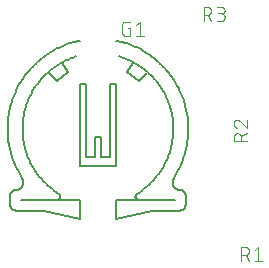
<source format=gbr>
G04 EAGLE Gerber RS-274X export*
G75*
%MOMM*%
%FSLAX34Y34*%
%LPD*%
%INSilkscreen Top*%
%IPPOS*%
%AMOC8*
5,1,8,0,0,1.08239X$1,22.5*%
G01*
%ADD10C,0.200000*%
%ADD11C,0.101600*%


D10*
X124325Y466575D02*
X122512Y466179D01*
X120708Y465740D01*
X118915Y465257D01*
X117135Y464730D01*
X115368Y464161D01*
X113616Y463549D01*
X111878Y462894D01*
X110158Y462197D01*
X108454Y461459D01*
X106769Y460680D01*
X105104Y459860D01*
X103458Y459000D01*
X101835Y458100D01*
X100233Y457162D01*
X98655Y456184D01*
X97101Y455169D01*
X95572Y454116D01*
X94069Y453026D01*
X92593Y451900D01*
X91144Y450739D01*
X89725Y449543D01*
X88334Y448312D01*
X86974Y447049D01*
X85645Y445753D01*
X84348Y444424D01*
X83084Y443065D01*
X81853Y441676D01*
X80656Y440257D01*
X79493Y438809D01*
X78367Y437334D01*
X77276Y435831D01*
X76222Y434303D01*
X75206Y432750D01*
X74227Y431172D01*
X73287Y429571D01*
X72387Y427948D01*
X71525Y426303D01*
X70705Y424638D01*
X69924Y422954D01*
X69185Y421251D01*
X68488Y419530D01*
X67832Y417793D01*
X67219Y416041D01*
X66648Y414275D01*
X66120Y412495D01*
X65636Y410703D01*
X65196Y408899D01*
X64799Y407086D01*
X64446Y405263D01*
X64138Y403432D01*
X63874Y401595D01*
X63655Y399751D01*
X63481Y397903D01*
X63352Y396051D01*
X63267Y394196D01*
X63228Y392340D01*
X63234Y390484D01*
X63285Y388628D01*
X63380Y386774D01*
X63521Y384923D01*
X63707Y383076D01*
X63937Y381234D01*
X64212Y379398D01*
X64532Y377569D01*
X64896Y375749D01*
X65304Y373938D01*
X65755Y372137D01*
X66251Y370348D01*
X66789Y368571D01*
X67371Y366808D01*
X67995Y365060D01*
X68661Y363327D01*
X69370Y361611D01*
X70119Y359913D01*
X70910Y358233D01*
X71741Y356573D01*
X72613Y354934D01*
X73523Y353316D01*
X74473Y351721D01*
X75461Y350150D01*
X203939Y350149D02*
X204930Y351720D01*
X205883Y353315D01*
X206797Y354932D01*
X207672Y356571D01*
X208506Y358231D01*
X209300Y359910D01*
X210052Y361608D01*
X210763Y363324D01*
X211432Y365057D01*
X212059Y366806D01*
X212643Y368569D01*
X213184Y370346D01*
X213682Y372136D01*
X214136Y373937D01*
X214546Y375749D01*
X214912Y377570D01*
X215234Y379399D01*
X215511Y381236D01*
X215743Y383079D01*
X215930Y384927D01*
X216073Y386779D01*
X216170Y388634D01*
X216222Y390491D01*
X216229Y392348D01*
X216191Y394206D01*
X216108Y396061D01*
X215980Y397914D01*
X215806Y399764D01*
X215588Y401609D01*
X215325Y403447D01*
X215017Y405279D01*
X214665Y407103D01*
X214269Y408918D01*
X213829Y410722D01*
X213344Y412516D01*
X212817Y414297D01*
X212246Y416065D01*
X211633Y417818D01*
X210977Y419556D01*
X210279Y421277D01*
X209539Y422981D01*
X208758Y424667D01*
X207937Y426333D01*
X207075Y427978D01*
X206173Y429602D01*
X205232Y431204D01*
X204253Y432782D01*
X203235Y434336D01*
X202180Y435865D01*
X201089Y437368D01*
X199960Y438844D01*
X198797Y440291D01*
X197598Y441711D01*
X196366Y443100D01*
X195100Y444459D01*
X193801Y445788D01*
X192470Y447084D01*
X191108Y448347D01*
X189716Y449577D01*
X188295Y450773D01*
X186845Y451933D01*
X185367Y453058D01*
X183862Y454147D01*
X182331Y455199D01*
X180775Y456214D01*
X179194Y457190D01*
X177591Y458128D01*
X175965Y459026D01*
X174318Y459885D01*
X172650Y460703D01*
X170963Y461480D01*
X169258Y462217D01*
X167535Y462911D01*
X165796Y463564D01*
X164041Y464174D01*
X162272Y464741D01*
X160490Y465265D01*
X158696Y465745D01*
X156890Y466182D01*
X155075Y466575D01*
X75461Y350150D02*
X75546Y350015D01*
X75628Y349878D01*
X75706Y349739D01*
X75780Y349599D01*
X75851Y349456D01*
X75919Y349312D01*
X75983Y349166D01*
X76043Y349018D01*
X76100Y348869D01*
X76153Y348719D01*
X76202Y348568D01*
X76248Y348415D01*
X76290Y348261D01*
X76328Y348107D01*
X76362Y347951D01*
X76392Y347795D01*
X76419Y347637D01*
X76441Y347480D01*
X76460Y347321D01*
X76475Y347163D01*
X76486Y347004D01*
X76493Y346845D01*
X76496Y346685D01*
X76495Y346526D01*
X76490Y346367D01*
X76481Y346208D01*
X76469Y346049D01*
X76452Y345890D01*
X76432Y345732D01*
X76408Y345575D01*
X76379Y345418D01*
X76347Y345262D01*
X76311Y345107D01*
X76272Y344952D01*
X76228Y344799D01*
X76181Y344647D01*
X76130Y344496D01*
X76075Y344346D01*
X76017Y344198D01*
X75955Y344051D01*
X75889Y343906D01*
X75820Y343762D01*
X75748Y343621D01*
X75671Y343481D01*
X75592Y343343D01*
X75509Y343207D01*
X75423Y343073D01*
X75333Y342941D01*
X75240Y342811D01*
X75144Y342684D01*
X75045Y342559D01*
X74943Y342437D01*
X74838Y342317D01*
X74730Y342200D01*
X74619Y342085D01*
X74506Y341974D01*
X74390Y341865D01*
X74271Y341759D01*
X74149Y341656D01*
X74025Y341556D01*
X73898Y341459D01*
X73770Y341365D01*
X73639Y341275D01*
X73505Y341187D01*
X73370Y341103D01*
X73232Y341023D01*
X73093Y340945D01*
X72952Y340872D01*
X72809Y340801D01*
X72664Y340735D01*
X72518Y340671D01*
X72370Y340612D01*
X72221Y340556D01*
X72070Y340504D01*
X71918Y340455D01*
X71766Y340411D01*
X71612Y340370D01*
X71457Y340333D01*
X71301Y340299D01*
X71144Y340270D01*
X70987Y340244D01*
X70829Y340223D01*
X70671Y340205D01*
X70512Y340191D01*
X70353Y340181D01*
X70194Y340175D01*
X70034Y340173D01*
X69875Y340175D01*
X69747Y340176D01*
X69618Y340173D01*
X69490Y340167D01*
X69362Y340156D01*
X69234Y340142D01*
X69107Y340124D01*
X68980Y340102D01*
X68854Y340076D01*
X68729Y340047D01*
X68605Y340014D01*
X68482Y339977D01*
X68360Y339936D01*
X68239Y339892D01*
X68120Y339844D01*
X68002Y339793D01*
X67886Y339738D01*
X67771Y339680D01*
X67659Y339618D01*
X67548Y339553D01*
X67439Y339485D01*
X67332Y339413D01*
X67228Y339338D01*
X67126Y339261D01*
X67026Y339180D01*
X66928Y339096D01*
X66833Y339009D01*
X66741Y338920D01*
X66652Y338828D01*
X66565Y338733D01*
X66481Y338635D01*
X66400Y338535D01*
X66323Y338433D01*
X66248Y338329D01*
X66176Y338222D01*
X66108Y338113D01*
X66043Y338002D01*
X65981Y337890D01*
X65923Y337775D01*
X65868Y337659D01*
X65817Y337541D01*
X65769Y337422D01*
X65725Y337301D01*
X65684Y337179D01*
X65647Y337056D01*
X65614Y336932D01*
X65585Y336807D01*
X65559Y336681D01*
X65537Y336554D01*
X65519Y336427D01*
X65505Y336299D01*
X65494Y336171D01*
X65488Y336043D01*
X65485Y335914D01*
X65486Y335786D01*
X65486Y327806D01*
X65488Y327663D01*
X65494Y327521D01*
X65504Y327379D01*
X65517Y327237D01*
X65535Y327095D01*
X65556Y326954D01*
X65581Y326814D01*
X65611Y326674D01*
X65644Y326536D01*
X65680Y326398D01*
X65721Y326261D01*
X65765Y326126D01*
X65813Y325991D01*
X65864Y325859D01*
X65920Y325727D01*
X65978Y325597D01*
X66041Y325469D01*
X66106Y325342D01*
X66176Y325218D01*
X66248Y325095D01*
X66324Y324974D01*
X66404Y324856D01*
X66486Y324740D01*
X66572Y324626D01*
X66660Y324514D01*
X66752Y324405D01*
X66847Y324298D01*
X66944Y324194D01*
X67045Y324093D01*
X67148Y323995D01*
X67254Y323899D01*
X67362Y323807D01*
X67473Y323717D01*
X67586Y323630D01*
X67702Y323547D01*
X67820Y323467D01*
X67940Y323390D01*
X68062Y323316D01*
X68186Y323246D01*
X68312Y323179D01*
X68440Y323116D01*
X68569Y323056D01*
X68700Y323000D01*
X68833Y322947D01*
X68966Y322898D01*
X69102Y322853D01*
X69238Y322811D01*
X69375Y322773D01*
X69514Y322739D01*
X69653Y322709D01*
X69793Y322682D01*
X69934Y322660D01*
X70075Y322641D01*
X70217Y322626D01*
X70359Y322615D01*
X70502Y322608D01*
X70644Y322605D01*
X70787Y322606D01*
X70929Y322611D01*
X71072Y322619D01*
X93815Y322619D01*
X124485Y315836D01*
X124485Y331796D01*
X203939Y350150D02*
X203854Y350015D01*
X203772Y349878D01*
X203694Y349739D01*
X203620Y349599D01*
X203549Y349456D01*
X203481Y349312D01*
X203417Y349166D01*
X203357Y349018D01*
X203300Y348869D01*
X203247Y348719D01*
X203198Y348568D01*
X203152Y348415D01*
X203110Y348261D01*
X203072Y348107D01*
X203038Y347951D01*
X203008Y347795D01*
X202981Y347637D01*
X202959Y347480D01*
X202940Y347321D01*
X202925Y347163D01*
X202914Y347004D01*
X202907Y346845D01*
X202904Y346685D01*
X202905Y346526D01*
X202910Y346367D01*
X202919Y346208D01*
X202931Y346049D01*
X202948Y345890D01*
X202968Y345732D01*
X202992Y345575D01*
X203021Y345418D01*
X203053Y345262D01*
X203089Y345107D01*
X203128Y344952D01*
X203172Y344799D01*
X203219Y344647D01*
X203270Y344496D01*
X203325Y344346D01*
X203383Y344198D01*
X203445Y344051D01*
X203511Y343906D01*
X203580Y343762D01*
X203652Y343621D01*
X203729Y343481D01*
X203808Y343343D01*
X203891Y343207D01*
X203977Y343073D01*
X204067Y342941D01*
X204160Y342811D01*
X204256Y342684D01*
X204355Y342559D01*
X204457Y342437D01*
X204562Y342317D01*
X204670Y342200D01*
X204781Y342085D01*
X204894Y341974D01*
X205010Y341865D01*
X205129Y341759D01*
X205251Y341656D01*
X205375Y341556D01*
X205502Y341459D01*
X205630Y341365D01*
X205761Y341275D01*
X205895Y341187D01*
X206030Y341103D01*
X206168Y341023D01*
X206307Y340945D01*
X206448Y340872D01*
X206591Y340801D01*
X206736Y340735D01*
X206882Y340671D01*
X207030Y340612D01*
X207179Y340556D01*
X207330Y340504D01*
X207482Y340455D01*
X207634Y340411D01*
X207788Y340370D01*
X207943Y340333D01*
X208099Y340299D01*
X208256Y340270D01*
X208413Y340244D01*
X208571Y340223D01*
X208729Y340205D01*
X208888Y340191D01*
X209047Y340181D01*
X209206Y340175D01*
X209366Y340173D01*
X209525Y340175D01*
X209653Y340176D01*
X209782Y340173D01*
X209910Y340167D01*
X210038Y340156D01*
X210166Y340142D01*
X210293Y340124D01*
X210420Y340102D01*
X210546Y340076D01*
X210671Y340047D01*
X210795Y340014D01*
X210918Y339977D01*
X211040Y339936D01*
X211161Y339892D01*
X211280Y339844D01*
X211398Y339793D01*
X211514Y339738D01*
X211629Y339680D01*
X211741Y339618D01*
X211852Y339553D01*
X211961Y339485D01*
X212068Y339413D01*
X212172Y339338D01*
X212274Y339261D01*
X212374Y339180D01*
X212472Y339096D01*
X212567Y339009D01*
X212659Y338920D01*
X212748Y338828D01*
X212835Y338733D01*
X212919Y338635D01*
X213000Y338535D01*
X213077Y338433D01*
X213152Y338329D01*
X213224Y338222D01*
X213292Y338113D01*
X213357Y338002D01*
X213419Y337890D01*
X213477Y337775D01*
X213532Y337659D01*
X213583Y337541D01*
X213631Y337422D01*
X213675Y337301D01*
X213716Y337179D01*
X213753Y337056D01*
X213786Y336932D01*
X213815Y336807D01*
X213841Y336681D01*
X213863Y336554D01*
X213881Y336427D01*
X213895Y336299D01*
X213906Y336171D01*
X213912Y336043D01*
X213915Y335914D01*
X213914Y335786D01*
X213914Y327806D01*
X213912Y327663D01*
X213906Y327521D01*
X213896Y327379D01*
X213883Y327237D01*
X213865Y327095D01*
X213844Y326954D01*
X213819Y326814D01*
X213789Y326674D01*
X213756Y326536D01*
X213720Y326398D01*
X213679Y326261D01*
X213635Y326126D01*
X213587Y325991D01*
X213536Y325859D01*
X213480Y325727D01*
X213422Y325597D01*
X213359Y325469D01*
X213294Y325342D01*
X213224Y325218D01*
X213152Y325095D01*
X213076Y324974D01*
X212996Y324856D01*
X212914Y324740D01*
X212828Y324626D01*
X212740Y324514D01*
X212648Y324405D01*
X212553Y324298D01*
X212456Y324194D01*
X212355Y324093D01*
X212252Y323995D01*
X212146Y323899D01*
X212038Y323807D01*
X211927Y323717D01*
X211814Y323630D01*
X211698Y323547D01*
X211580Y323467D01*
X211460Y323390D01*
X211338Y323316D01*
X211214Y323246D01*
X211088Y323179D01*
X210960Y323116D01*
X210831Y323056D01*
X210700Y323000D01*
X210567Y322947D01*
X210434Y322898D01*
X210298Y322853D01*
X210162Y322811D01*
X210025Y322773D01*
X209886Y322739D01*
X209747Y322709D01*
X209607Y322682D01*
X209466Y322660D01*
X209325Y322641D01*
X209183Y322626D01*
X209041Y322615D01*
X208898Y322608D01*
X208756Y322605D01*
X208613Y322606D01*
X208471Y322611D01*
X208328Y322619D01*
X185585Y322619D01*
X154915Y315836D01*
X154915Y331796D01*
X106583Y336983D02*
X105254Y337817D01*
X103946Y338682D01*
X102660Y339579D01*
X101396Y340508D01*
X100155Y341467D01*
X98938Y342456D01*
X97745Y343474D01*
X96578Y344522D01*
X95437Y345597D01*
X94322Y346700D01*
X93235Y347831D01*
X92175Y348987D01*
X91144Y350169D01*
X90143Y351376D01*
X89171Y352607D01*
X88229Y353861D01*
X87319Y355138D01*
X86440Y356437D01*
X85593Y357757D01*
X84779Y359097D01*
X83997Y360457D01*
X83249Y361835D01*
X82535Y363232D01*
X81856Y364645D01*
X81211Y366075D01*
X80601Y367520D01*
X80027Y368979D01*
X79488Y370452D01*
X78986Y371938D01*
X78520Y373435D01*
X78092Y374944D01*
X77700Y376462D01*
X77345Y377990D01*
X77028Y379526D01*
X76748Y381069D01*
X76506Y382619D01*
X76303Y384174D01*
X76137Y385733D01*
X76009Y387296D01*
X75920Y388862D01*
X75869Y390430D01*
X75857Y391998D01*
X75882Y393566D01*
X75946Y395133D01*
X76049Y396698D01*
X76189Y398260D01*
X76368Y399818D01*
X76585Y401372D01*
X76840Y402919D01*
X77132Y404460D01*
X77462Y405993D01*
X77830Y407518D01*
X78235Y409033D01*
X78676Y410538D01*
X79154Y412031D01*
X79669Y413513D01*
X80220Y414981D01*
X80806Y416436D01*
X81428Y417876D01*
X82085Y419300D01*
X82776Y420707D01*
X83502Y422098D01*
X84261Y423470D01*
X85054Y424823D01*
X85880Y426156D01*
X86738Y427469D01*
X87628Y428761D01*
X88549Y430030D01*
X89501Y431276D01*
X90483Y432499D01*
X91495Y433697D01*
X92535Y434871D01*
X93605Y436018D01*
X94701Y437139D01*
X95825Y438233D01*
X96976Y439299D01*
X98152Y440336D01*
X99353Y441345D01*
X100578Y442324D01*
X101827Y443272D01*
X103099Y444190D01*
X104393Y445076D01*
X105708Y445931D01*
X107044Y446753D01*
X108399Y447542D01*
X109773Y448298D01*
X111165Y449020D01*
X112575Y449707D01*
X114001Y450360D01*
X115442Y450978D01*
X116898Y451561D01*
X118368Y452108D01*
X119851Y452618D01*
X121346Y453093D01*
X157655Y453093D02*
X159141Y452634D01*
X160616Y452139D01*
X162078Y451609D01*
X163527Y451043D01*
X164962Y450443D01*
X166381Y449807D01*
X167785Y449138D01*
X169172Y448434D01*
X170542Y447697D01*
X171893Y446927D01*
X173225Y446124D01*
X174538Y445289D01*
X175829Y444423D01*
X177100Y443525D01*
X178348Y442597D01*
X179573Y441639D01*
X180774Y440652D01*
X181952Y439635D01*
X183104Y438590D01*
X184230Y437518D01*
X185330Y436418D01*
X186403Y435292D01*
X187449Y434141D01*
X188466Y432964D01*
X189454Y431763D01*
X190413Y430538D01*
X191342Y429291D01*
X192240Y428021D01*
X193107Y426730D01*
X193942Y425418D01*
X194746Y424086D01*
X195516Y422735D01*
X196254Y421366D01*
X196958Y419979D01*
X197629Y418575D01*
X198265Y417156D01*
X198866Y415722D01*
X199433Y414273D01*
X199964Y412811D01*
X200459Y411337D01*
X200919Y409851D01*
X201342Y408354D01*
X201728Y406848D01*
X202079Y405332D01*
X202392Y403809D01*
X202668Y402278D01*
X202907Y400741D01*
X203108Y399199D01*
X203272Y397652D01*
X203398Y396102D01*
X203487Y394549D01*
X203537Y392995D01*
X203551Y391440D01*
X203526Y389884D01*
X203463Y388330D01*
X203363Y386778D01*
X203225Y385229D01*
X203050Y383684D01*
X202837Y382143D01*
X202587Y380608D01*
X202299Y379079D01*
X201975Y377558D01*
X201613Y376045D01*
X201215Y374542D01*
X200781Y373048D01*
X200310Y371566D01*
X199804Y370095D01*
X199262Y368637D01*
X198685Y367193D01*
X198073Y365763D01*
X197426Y364349D01*
X196745Y362950D01*
X196031Y361569D01*
X195283Y360205D01*
X194502Y358860D01*
X193688Y357534D01*
X192843Y356229D01*
X191967Y354944D01*
X191059Y353681D01*
X190121Y352440D01*
X189153Y351223D01*
X188156Y350029D01*
X187130Y348860D01*
X186076Y347716D01*
X184995Y346598D01*
X183886Y345507D01*
X182752Y344443D01*
X181592Y343407D01*
X180407Y342399D01*
X179198Y341421D01*
X177966Y340472D01*
X176711Y339553D01*
X175434Y338665D01*
X174136Y337808D01*
X172817Y336983D01*
X154915Y331796D02*
X204700Y331796D01*
X124485Y331796D02*
X74700Y331796D01*
X104575Y331825D02*
X104678Y331807D01*
X104782Y331792D01*
X104886Y331782D01*
X104990Y331775D01*
X105094Y331772D01*
X105199Y331773D01*
X105303Y331778D01*
X105408Y331787D01*
X105511Y331799D01*
X105614Y331816D01*
X105717Y331836D01*
X105819Y331860D01*
X105919Y331888D01*
X106019Y331920D01*
X106117Y331955D01*
X106214Y331994D01*
X106310Y332037D01*
X106404Y332083D01*
X106496Y332132D01*
X106586Y332185D01*
X106674Y332241D01*
X106760Y332301D01*
X106844Y332363D01*
X106925Y332429D01*
X107004Y332497D01*
X107080Y332569D01*
X107153Y332643D01*
X107224Y332720D01*
X107292Y332800D01*
X107357Y332882D01*
X107418Y332966D01*
X107477Y333053D01*
X107532Y333141D01*
X107584Y333232D01*
X107633Y333325D01*
X107678Y333419D01*
X107719Y333515D01*
X107757Y333612D01*
X107791Y333711D01*
X107822Y333811D01*
X107849Y333912D01*
X107872Y334014D01*
X107891Y334116D01*
X107906Y334220D01*
X107918Y334324D01*
X107926Y334428D01*
X107930Y334532D01*
X107929Y334637D01*
X107926Y334741D01*
X107918Y334845D01*
X107906Y334949D01*
X107891Y335053D01*
X107871Y335155D01*
X107848Y335257D01*
X107821Y335358D01*
X107790Y335458D01*
X107756Y335557D01*
X107718Y335654D01*
X107676Y335750D01*
X107631Y335844D01*
X107583Y335937D01*
X107531Y336027D01*
X107475Y336116D01*
X107417Y336202D01*
X107355Y336287D01*
X107290Y336369D01*
X107222Y336448D01*
X107151Y336525D01*
X107078Y336599D01*
X107001Y336671D01*
X106923Y336739D01*
X106841Y336805D01*
X106757Y336867D01*
X106671Y336926D01*
X106583Y336983D01*
X172817Y336984D02*
X172729Y336928D01*
X172643Y336869D01*
X172560Y336807D01*
X172479Y336742D01*
X172400Y336674D01*
X172324Y336603D01*
X172251Y336529D01*
X172181Y336453D01*
X172113Y336374D01*
X172048Y336292D01*
X171987Y336208D01*
X171928Y336122D01*
X171873Y336034D01*
X171821Y335944D01*
X171773Y335852D01*
X171728Y335759D01*
X171686Y335663D01*
X171648Y335567D01*
X171614Y335468D01*
X171583Y335369D01*
X171556Y335269D01*
X171533Y335167D01*
X171513Y335065D01*
X171498Y334962D01*
X171486Y334859D01*
X171478Y334755D01*
X171474Y334652D01*
X171473Y334548D01*
X171477Y334444D01*
X171484Y334340D01*
X171496Y334237D01*
X171511Y334134D01*
X171530Y334032D01*
X171552Y333930D01*
X171579Y333830D01*
X171609Y333730D01*
X171643Y333632D01*
X171680Y333535D01*
X171721Y333439D01*
X171766Y333345D01*
X171814Y333253D01*
X171865Y333163D01*
X171920Y333074D01*
X171978Y332988D01*
X172039Y332904D01*
X172103Y332822D01*
X172170Y332743D01*
X172241Y332666D01*
X172313Y332592D01*
X172389Y332521D01*
X172467Y332452D01*
X172548Y332387D01*
X172631Y332324D01*
X172716Y332265D01*
X172804Y332208D01*
X172893Y332156D01*
X172985Y332106D01*
X173078Y332060D01*
X173173Y332017D01*
X173269Y331978D01*
X173367Y331943D01*
X173466Y331911D01*
X173566Y331883D01*
X173667Y331858D01*
X173769Y331838D01*
X173871Y331821D01*
X173975Y331808D01*
X174078Y331799D01*
X174182Y331793D01*
X174286Y331792D01*
X174390Y331794D01*
X174494Y331801D01*
X174597Y331811D01*
X174700Y331825D01*
X114700Y440200D02*
X109700Y447700D01*
X114700Y440200D02*
X104700Y432700D01*
X98450Y439075D01*
X164700Y440200D02*
X169700Y447700D01*
X164700Y440200D02*
X174700Y432700D01*
X180950Y439075D01*
X124700Y430200D02*
X124700Y360200D01*
X154700Y360200D01*
X154700Y430200D01*
X149700Y430200D01*
X149700Y367700D01*
X142200Y367700D01*
X142200Y385200D01*
X137200Y385200D01*
X137200Y367700D01*
X129700Y367700D01*
X129700Y430200D01*
X124700Y430200D01*
D11*
X164752Y477199D02*
X166699Y477199D01*
X166699Y470708D01*
X162804Y470708D01*
X162705Y470710D01*
X162605Y470716D01*
X162506Y470725D01*
X162408Y470738D01*
X162310Y470755D01*
X162212Y470776D01*
X162116Y470801D01*
X162021Y470829D01*
X161927Y470861D01*
X161834Y470896D01*
X161742Y470935D01*
X161652Y470978D01*
X161564Y471023D01*
X161477Y471073D01*
X161393Y471125D01*
X161310Y471181D01*
X161230Y471239D01*
X161152Y471301D01*
X161077Y471366D01*
X161004Y471434D01*
X160934Y471504D01*
X160866Y471577D01*
X160801Y471652D01*
X160739Y471730D01*
X160681Y471810D01*
X160625Y471893D01*
X160573Y471977D01*
X160523Y472064D01*
X160478Y472152D01*
X160435Y472242D01*
X160396Y472334D01*
X160361Y472427D01*
X160329Y472521D01*
X160301Y472616D01*
X160276Y472712D01*
X160255Y472810D01*
X160238Y472908D01*
X160225Y473006D01*
X160216Y473105D01*
X160210Y473205D01*
X160208Y473304D01*
X160208Y479796D01*
X160210Y479895D01*
X160216Y479995D01*
X160225Y480094D01*
X160238Y480192D01*
X160255Y480290D01*
X160276Y480388D01*
X160301Y480484D01*
X160329Y480579D01*
X160361Y480673D01*
X160396Y480766D01*
X160435Y480858D01*
X160478Y480948D01*
X160523Y481036D01*
X160573Y481123D01*
X160625Y481207D01*
X160681Y481290D01*
X160739Y481370D01*
X160801Y481448D01*
X160866Y481523D01*
X160934Y481596D01*
X161004Y481666D01*
X161077Y481734D01*
X161152Y481799D01*
X161230Y481861D01*
X161310Y481919D01*
X161393Y481975D01*
X161477Y482027D01*
X161564Y482077D01*
X161652Y482122D01*
X161742Y482165D01*
X161834Y482204D01*
X161926Y482239D01*
X162021Y482271D01*
X162116Y482299D01*
X162212Y482324D01*
X162310Y482345D01*
X162408Y482362D01*
X162506Y482375D01*
X162605Y482384D01*
X162705Y482390D01*
X162804Y482392D01*
X166699Y482392D01*
X172019Y479796D02*
X175265Y482392D01*
X175265Y470708D01*
X178510Y470708D02*
X172019Y470708D01*
X261045Y291592D02*
X261045Y279908D01*
X261045Y291592D02*
X264290Y291592D01*
X264403Y291590D01*
X264516Y291584D01*
X264629Y291574D01*
X264742Y291560D01*
X264854Y291543D01*
X264965Y291521D01*
X265075Y291496D01*
X265185Y291466D01*
X265293Y291433D01*
X265400Y291396D01*
X265506Y291356D01*
X265610Y291311D01*
X265713Y291263D01*
X265814Y291212D01*
X265913Y291157D01*
X266010Y291099D01*
X266105Y291037D01*
X266198Y290972D01*
X266288Y290904D01*
X266376Y290833D01*
X266462Y290758D01*
X266545Y290681D01*
X266625Y290601D01*
X266702Y290518D01*
X266777Y290432D01*
X266848Y290344D01*
X266916Y290254D01*
X266981Y290161D01*
X267043Y290066D01*
X267101Y289969D01*
X267156Y289870D01*
X267207Y289769D01*
X267255Y289666D01*
X267300Y289562D01*
X267340Y289456D01*
X267377Y289349D01*
X267410Y289241D01*
X267440Y289131D01*
X267465Y289021D01*
X267487Y288910D01*
X267504Y288798D01*
X267518Y288685D01*
X267528Y288572D01*
X267534Y288459D01*
X267536Y288346D01*
X267534Y288233D01*
X267528Y288120D01*
X267518Y288007D01*
X267504Y287894D01*
X267487Y287782D01*
X267465Y287671D01*
X267440Y287561D01*
X267410Y287451D01*
X267377Y287343D01*
X267340Y287236D01*
X267300Y287130D01*
X267255Y287026D01*
X267207Y286923D01*
X267156Y286822D01*
X267101Y286723D01*
X267043Y286626D01*
X266981Y286531D01*
X266916Y286438D01*
X266848Y286348D01*
X266777Y286260D01*
X266702Y286174D01*
X266625Y286091D01*
X266545Y286011D01*
X266462Y285934D01*
X266376Y285859D01*
X266288Y285788D01*
X266198Y285720D01*
X266105Y285655D01*
X266010Y285593D01*
X265913Y285535D01*
X265814Y285480D01*
X265713Y285429D01*
X265610Y285381D01*
X265506Y285336D01*
X265400Y285296D01*
X265293Y285259D01*
X265185Y285226D01*
X265075Y285196D01*
X264965Y285171D01*
X264854Y285149D01*
X264742Y285132D01*
X264629Y285118D01*
X264516Y285108D01*
X264403Y285102D01*
X264290Y285100D01*
X264290Y285101D02*
X261045Y285101D01*
X264939Y285101D02*
X267536Y279908D01*
X272401Y288996D02*
X275646Y291592D01*
X275646Y279908D01*
X272401Y279908D02*
X278892Y279908D01*
X266192Y381508D02*
X254508Y381508D01*
X254508Y384754D01*
X254510Y384867D01*
X254516Y384980D01*
X254526Y385093D01*
X254540Y385206D01*
X254557Y385318D01*
X254579Y385429D01*
X254604Y385539D01*
X254634Y385649D01*
X254667Y385757D01*
X254704Y385864D01*
X254744Y385970D01*
X254789Y386074D01*
X254837Y386177D01*
X254888Y386278D01*
X254943Y386377D01*
X255001Y386474D01*
X255063Y386569D01*
X255128Y386662D01*
X255196Y386752D01*
X255267Y386840D01*
X255342Y386926D01*
X255419Y387009D01*
X255499Y387089D01*
X255582Y387166D01*
X255668Y387241D01*
X255756Y387312D01*
X255846Y387380D01*
X255939Y387445D01*
X256034Y387507D01*
X256131Y387565D01*
X256230Y387620D01*
X256331Y387671D01*
X256434Y387719D01*
X256538Y387764D01*
X256644Y387804D01*
X256751Y387841D01*
X256859Y387874D01*
X256969Y387904D01*
X257079Y387929D01*
X257190Y387951D01*
X257302Y387968D01*
X257415Y387982D01*
X257528Y387992D01*
X257641Y387998D01*
X257754Y388000D01*
X257867Y387998D01*
X257980Y387992D01*
X258093Y387982D01*
X258206Y387968D01*
X258318Y387951D01*
X258429Y387929D01*
X258539Y387904D01*
X258649Y387874D01*
X258757Y387841D01*
X258864Y387804D01*
X258970Y387764D01*
X259074Y387719D01*
X259177Y387671D01*
X259278Y387620D01*
X259377Y387565D01*
X259474Y387507D01*
X259569Y387445D01*
X259662Y387380D01*
X259752Y387312D01*
X259840Y387241D01*
X259926Y387166D01*
X260009Y387089D01*
X260089Y387009D01*
X260166Y386926D01*
X260241Y386840D01*
X260312Y386752D01*
X260380Y386662D01*
X260445Y386569D01*
X260507Y386474D01*
X260565Y386377D01*
X260620Y386278D01*
X260671Y386177D01*
X260719Y386074D01*
X260764Y385970D01*
X260804Y385864D01*
X260841Y385757D01*
X260874Y385649D01*
X260904Y385539D01*
X260929Y385429D01*
X260951Y385318D01*
X260968Y385206D01*
X260982Y385093D01*
X260992Y384980D01*
X260998Y384867D01*
X261000Y384754D01*
X260999Y384754D02*
X260999Y381508D01*
X260999Y385403D02*
X266192Y387999D01*
X257429Y399355D02*
X257322Y399353D01*
X257216Y399347D01*
X257110Y399337D01*
X257004Y399324D01*
X256898Y399306D01*
X256794Y399285D01*
X256690Y399260D01*
X256587Y399231D01*
X256486Y399199D01*
X256386Y399162D01*
X256287Y399122D01*
X256189Y399079D01*
X256093Y399032D01*
X255999Y398981D01*
X255907Y398927D01*
X255817Y398870D01*
X255729Y398810D01*
X255644Y398746D01*
X255561Y398679D01*
X255480Y398609D01*
X255402Y398537D01*
X255326Y398461D01*
X255254Y398383D01*
X255184Y398302D01*
X255117Y398219D01*
X255053Y398134D01*
X254993Y398046D01*
X254936Y397956D01*
X254882Y397864D01*
X254831Y397770D01*
X254784Y397674D01*
X254741Y397576D01*
X254701Y397477D01*
X254664Y397377D01*
X254632Y397276D01*
X254603Y397173D01*
X254578Y397069D01*
X254557Y396965D01*
X254539Y396859D01*
X254526Y396753D01*
X254516Y396647D01*
X254510Y396541D01*
X254508Y396434D01*
X254510Y396313D01*
X254516Y396192D01*
X254526Y396072D01*
X254539Y395951D01*
X254557Y395832D01*
X254578Y395712D01*
X254603Y395594D01*
X254632Y395477D01*
X254665Y395360D01*
X254701Y395245D01*
X254742Y395131D01*
X254785Y395018D01*
X254833Y394906D01*
X254884Y394797D01*
X254939Y394689D01*
X254997Y394582D01*
X255058Y394478D01*
X255123Y394376D01*
X255191Y394276D01*
X255262Y394178D01*
X255336Y394082D01*
X255413Y393989D01*
X255494Y393899D01*
X255577Y393811D01*
X255663Y393726D01*
X255752Y393643D01*
X255843Y393564D01*
X255937Y393487D01*
X256033Y393414D01*
X256131Y393344D01*
X256232Y393277D01*
X256335Y393213D01*
X256440Y393153D01*
X256547Y393095D01*
X256655Y393042D01*
X256765Y392992D01*
X256877Y392946D01*
X256990Y392903D01*
X257105Y392864D01*
X259701Y398381D02*
X259623Y398460D01*
X259543Y398536D01*
X259460Y398609D01*
X259374Y398679D01*
X259287Y398746D01*
X259196Y398810D01*
X259104Y398870D01*
X259010Y398928D01*
X258913Y398982D01*
X258815Y399032D01*
X258715Y399079D01*
X258614Y399123D01*
X258511Y399163D01*
X258406Y399199D01*
X258301Y399231D01*
X258194Y399260D01*
X258087Y399285D01*
X257978Y399307D01*
X257869Y399324D01*
X257760Y399338D01*
X257650Y399347D01*
X257539Y399353D01*
X257429Y399355D01*
X259701Y398382D02*
X266192Y392864D01*
X266192Y399355D01*
X229108Y483108D02*
X229108Y494792D01*
X232354Y494792D01*
X232467Y494790D01*
X232580Y494784D01*
X232693Y494774D01*
X232806Y494760D01*
X232918Y494743D01*
X233029Y494721D01*
X233139Y494696D01*
X233249Y494666D01*
X233357Y494633D01*
X233464Y494596D01*
X233570Y494556D01*
X233674Y494511D01*
X233777Y494463D01*
X233878Y494412D01*
X233977Y494357D01*
X234074Y494299D01*
X234169Y494237D01*
X234262Y494172D01*
X234352Y494104D01*
X234440Y494033D01*
X234526Y493958D01*
X234609Y493881D01*
X234689Y493801D01*
X234766Y493718D01*
X234841Y493632D01*
X234912Y493544D01*
X234980Y493454D01*
X235045Y493361D01*
X235107Y493266D01*
X235165Y493169D01*
X235220Y493070D01*
X235271Y492969D01*
X235319Y492866D01*
X235364Y492762D01*
X235404Y492656D01*
X235441Y492549D01*
X235474Y492441D01*
X235504Y492331D01*
X235529Y492221D01*
X235551Y492110D01*
X235568Y491998D01*
X235582Y491885D01*
X235592Y491772D01*
X235598Y491659D01*
X235600Y491546D01*
X235598Y491433D01*
X235592Y491320D01*
X235582Y491207D01*
X235568Y491094D01*
X235551Y490982D01*
X235529Y490871D01*
X235504Y490761D01*
X235474Y490651D01*
X235441Y490543D01*
X235404Y490436D01*
X235364Y490330D01*
X235319Y490226D01*
X235271Y490123D01*
X235220Y490022D01*
X235165Y489923D01*
X235107Y489826D01*
X235045Y489731D01*
X234980Y489638D01*
X234912Y489548D01*
X234841Y489460D01*
X234766Y489374D01*
X234689Y489291D01*
X234609Y489211D01*
X234526Y489134D01*
X234440Y489059D01*
X234352Y488988D01*
X234262Y488920D01*
X234169Y488855D01*
X234074Y488793D01*
X233977Y488735D01*
X233878Y488680D01*
X233777Y488629D01*
X233674Y488581D01*
X233570Y488536D01*
X233464Y488496D01*
X233357Y488459D01*
X233249Y488426D01*
X233139Y488396D01*
X233029Y488371D01*
X232918Y488349D01*
X232806Y488332D01*
X232693Y488318D01*
X232580Y488308D01*
X232467Y488302D01*
X232354Y488300D01*
X232354Y488301D02*
X229108Y488301D01*
X233003Y488301D02*
X235599Y483108D01*
X240464Y483108D02*
X243710Y483108D01*
X243823Y483110D01*
X243936Y483116D01*
X244049Y483126D01*
X244162Y483140D01*
X244274Y483157D01*
X244385Y483179D01*
X244495Y483204D01*
X244605Y483234D01*
X244713Y483267D01*
X244820Y483304D01*
X244926Y483344D01*
X245030Y483389D01*
X245133Y483437D01*
X245234Y483488D01*
X245333Y483543D01*
X245430Y483601D01*
X245525Y483663D01*
X245618Y483728D01*
X245708Y483796D01*
X245796Y483867D01*
X245882Y483942D01*
X245965Y484019D01*
X246045Y484099D01*
X246122Y484182D01*
X246197Y484268D01*
X246268Y484356D01*
X246336Y484446D01*
X246401Y484539D01*
X246463Y484634D01*
X246521Y484731D01*
X246576Y484830D01*
X246627Y484931D01*
X246675Y485034D01*
X246720Y485138D01*
X246760Y485244D01*
X246797Y485351D01*
X246830Y485459D01*
X246860Y485569D01*
X246885Y485679D01*
X246907Y485790D01*
X246924Y485902D01*
X246938Y486015D01*
X246948Y486128D01*
X246954Y486241D01*
X246956Y486354D01*
X246954Y486467D01*
X246948Y486580D01*
X246938Y486693D01*
X246924Y486806D01*
X246907Y486918D01*
X246885Y487029D01*
X246860Y487139D01*
X246830Y487249D01*
X246797Y487357D01*
X246760Y487464D01*
X246720Y487570D01*
X246675Y487674D01*
X246627Y487777D01*
X246576Y487878D01*
X246521Y487977D01*
X246463Y488074D01*
X246401Y488169D01*
X246336Y488262D01*
X246268Y488352D01*
X246197Y488440D01*
X246122Y488526D01*
X246045Y488609D01*
X245965Y488689D01*
X245882Y488766D01*
X245796Y488841D01*
X245708Y488912D01*
X245618Y488980D01*
X245525Y489045D01*
X245430Y489107D01*
X245333Y489165D01*
X245234Y489220D01*
X245133Y489271D01*
X245030Y489319D01*
X244926Y489364D01*
X244820Y489404D01*
X244713Y489441D01*
X244605Y489474D01*
X244495Y489504D01*
X244385Y489529D01*
X244274Y489551D01*
X244162Y489568D01*
X244049Y489582D01*
X243936Y489592D01*
X243823Y489598D01*
X243710Y489600D01*
X244359Y494792D02*
X240464Y494792D01*
X244359Y494792D02*
X244460Y494790D01*
X244560Y494784D01*
X244660Y494774D01*
X244760Y494761D01*
X244859Y494743D01*
X244958Y494722D01*
X245055Y494697D01*
X245152Y494668D01*
X245247Y494635D01*
X245341Y494599D01*
X245433Y494559D01*
X245524Y494516D01*
X245613Y494469D01*
X245700Y494419D01*
X245786Y494365D01*
X245869Y494308D01*
X245949Y494248D01*
X246028Y494185D01*
X246104Y494118D01*
X246177Y494049D01*
X246247Y493977D01*
X246315Y493903D01*
X246380Y493826D01*
X246441Y493746D01*
X246500Y493664D01*
X246555Y493580D01*
X246607Y493494D01*
X246656Y493406D01*
X246701Y493316D01*
X246743Y493224D01*
X246781Y493131D01*
X246815Y493036D01*
X246846Y492941D01*
X246873Y492844D01*
X246896Y492746D01*
X246916Y492647D01*
X246931Y492547D01*
X246943Y492447D01*
X246951Y492347D01*
X246955Y492246D01*
X246955Y492146D01*
X246951Y492045D01*
X246943Y491945D01*
X246931Y491845D01*
X246916Y491745D01*
X246896Y491646D01*
X246873Y491548D01*
X246846Y491451D01*
X246815Y491356D01*
X246781Y491261D01*
X246743Y491168D01*
X246701Y491076D01*
X246656Y490986D01*
X246607Y490898D01*
X246555Y490812D01*
X246500Y490728D01*
X246441Y490646D01*
X246380Y490566D01*
X246315Y490489D01*
X246247Y490415D01*
X246177Y490343D01*
X246104Y490274D01*
X246028Y490207D01*
X245949Y490144D01*
X245869Y490084D01*
X245786Y490027D01*
X245700Y489973D01*
X245613Y489923D01*
X245524Y489876D01*
X245433Y489833D01*
X245341Y489793D01*
X245247Y489757D01*
X245152Y489724D01*
X245055Y489695D01*
X244958Y489670D01*
X244859Y489649D01*
X244760Y489631D01*
X244660Y489618D01*
X244560Y489608D01*
X244460Y489602D01*
X244359Y489600D01*
X244359Y489599D02*
X241763Y489599D01*
M02*

</source>
